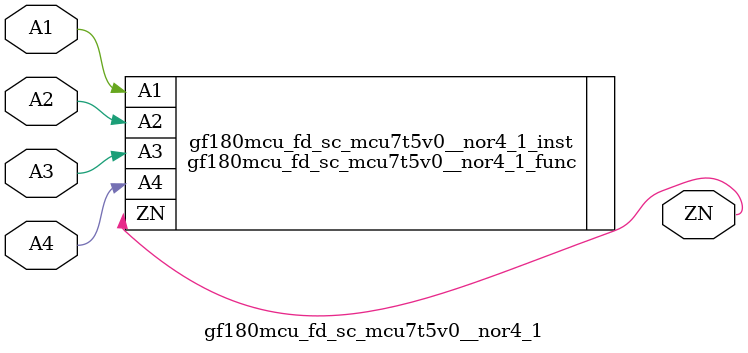
<source format=v>

module gf180mcu_fd_sc_mcu7t5v0__nor4_1( A4, ZN, A3, A2, A1 );
input A1, A2, A3, A4;
output ZN;

   `ifdef FUNCTIONAL  //  functional //

	gf180mcu_fd_sc_mcu7t5v0__nor4_1_func gf180mcu_fd_sc_mcu7t5v0__nor4_1_behav_inst(.A4(A4),.ZN(ZN),.A3(A3),.A2(A2),.A1(A1));

   `else

	gf180mcu_fd_sc_mcu7t5v0__nor4_1_func gf180mcu_fd_sc_mcu7t5v0__nor4_1_inst(.A4(A4),.ZN(ZN),.A3(A3),.A2(A2),.A1(A1));

	// spec_gates_begin


	// spec_gates_end



   specify

	// specify_block_begin

	// comb arc A1 --> ZN
	 (A1 => ZN) = (1.0,1.0);

	// comb arc A2 --> ZN
	 (A2 => ZN) = (1.0,1.0);

	// comb arc A3 --> ZN
	 (A3 => ZN) = (1.0,1.0);

	// comb arc A4 --> ZN
	 (A4 => ZN) = (1.0,1.0);

	// specify_block_end

   endspecify

   `endif

endmodule

</source>
